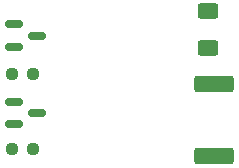
<source format=gbr>
%TF.GenerationSoftware,KiCad,Pcbnew,7.0.7*%
%TF.CreationDate,2023-10-31T17:39:05-05:00*%
%TF.ProjectId,Laser_Diode_Breakout,4c617365-725f-4446-996f-64655f427265,rev?*%
%TF.SameCoordinates,Original*%
%TF.FileFunction,Paste,Bot*%
%TF.FilePolarity,Positive*%
%FSLAX46Y46*%
G04 Gerber Fmt 4.6, Leading zero omitted, Abs format (unit mm)*
G04 Created by KiCad (PCBNEW 7.0.7) date 2023-10-31 17:39:05*
%MOMM*%
%LPD*%
G01*
G04 APERTURE LIST*
G04 Aperture macros list*
%AMRoundRect*
0 Rectangle with rounded corners*
0 $1 Rounding radius*
0 $2 $3 $4 $5 $6 $7 $8 $9 X,Y pos of 4 corners*
0 Add a 4 corners polygon primitive as box body*
4,1,4,$2,$3,$4,$5,$6,$7,$8,$9,$2,$3,0*
0 Add four circle primitives for the rounded corners*
1,1,$1+$1,$2,$3*
1,1,$1+$1,$4,$5*
1,1,$1+$1,$6,$7*
1,1,$1+$1,$8,$9*
0 Add four rect primitives between the rounded corners*
20,1,$1+$1,$2,$3,$4,$5,0*
20,1,$1+$1,$4,$5,$6,$7,0*
20,1,$1+$1,$6,$7,$8,$9,0*
20,1,$1+$1,$8,$9,$2,$3,0*%
G04 Aperture macros list end*
%ADD10RoundRect,0.249999X-1.425001X0.450001X-1.425001X-0.450001X1.425001X-0.450001X1.425001X0.450001X0*%
%ADD11RoundRect,0.237500X-0.250000X-0.237500X0.250000X-0.237500X0.250000X0.237500X-0.250000X0.237500X0*%
%ADD12RoundRect,0.150000X-0.587500X-0.150000X0.587500X-0.150000X0.587500X0.150000X-0.587500X0.150000X0*%
%ADD13RoundRect,0.250000X-0.625000X0.400000X-0.625000X-0.400000X0.625000X-0.400000X0.625000X0.400000X0*%
G04 APERTURE END LIST*
D10*
%TO.C,R1*%
X73844724Y-35117276D03*
X73844724Y-41217276D03*
%TD*%
D11*
%TO.C,R4*%
X56745500Y-34290000D03*
X58570500Y-34290000D03*
%TD*%
D12*
%TO.C,Q1*%
X56984420Y-38542000D03*
X56984420Y-36642000D03*
X58859420Y-37592000D03*
%TD*%
D13*
%TO.C,R2*%
X73336724Y-28999276D03*
X73336724Y-32099276D03*
%TD*%
D11*
%TO.C,R3*%
X56745500Y-40640000D03*
X58570500Y-40640000D03*
%TD*%
D12*
%TO.C,Q2*%
X56983724Y-32007276D03*
X56983724Y-30107276D03*
X58858724Y-31057276D03*
%TD*%
M02*

</source>
